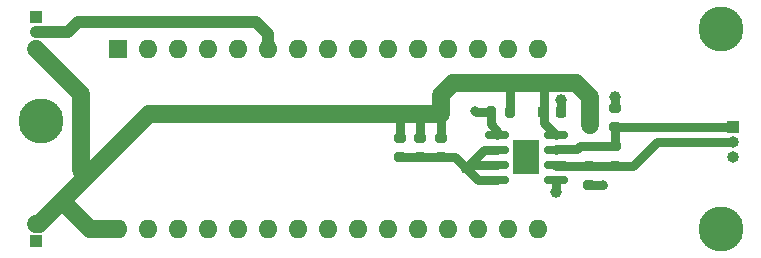
<source format=gbr>
%TF.GenerationSoftware,KiCad,Pcbnew,7.0.0-da2b9df05c~163~ubuntu22.04.1*%
%TF.CreationDate,2023-03-09T00:12:33+01:00*%
%TF.ProjectId,Boite,426f6974-652e-46b6-9963-61645f706362,rev?*%
%TF.SameCoordinates,Original*%
%TF.FileFunction,Copper,L1,Top*%
%TF.FilePolarity,Positive*%
%FSLAX46Y46*%
G04 Gerber Fmt 4.6, Leading zero omitted, Abs format (unit mm)*
G04 Created by KiCad (PCBNEW 7.0.0-da2b9df05c~163~ubuntu22.04.1) date 2023-03-09 00:12:33*
%MOMM*%
%LPD*%
G01*
G04 APERTURE LIST*
G04 Aperture macros list*
%AMRoundRect*
0 Rectangle with rounded corners*
0 $1 Rounding radius*
0 $2 $3 $4 $5 $6 $7 $8 $9 X,Y pos of 4 corners*
0 Add a 4 corners polygon primitive as box body*
4,1,4,$2,$3,$4,$5,$6,$7,$8,$9,$2,$3,0*
0 Add four circle primitives for the rounded corners*
1,1,$1+$1,$2,$3*
1,1,$1+$1,$4,$5*
1,1,$1+$1,$6,$7*
1,1,$1+$1,$8,$9*
0 Add four rect primitives between the rounded corners*
20,1,$1+$1,$2,$3,$4,$5,0*
20,1,$1+$1,$4,$5,$6,$7,0*
20,1,$1+$1,$6,$7,$8,$9,0*
20,1,$1+$1,$8,$9,$2,$3,0*%
G04 Aperture macros list end*
%TA.AperFunction,ComponentPad*%
%ADD10C,3.800000*%
%TD*%
%TA.AperFunction,ComponentPad*%
%ADD11R,1.000000X1.000000*%
%TD*%
%TA.AperFunction,ComponentPad*%
%ADD12O,1.000000X1.000000*%
%TD*%
%TA.AperFunction,SMDPad,CuDef*%
%ADD13RoundRect,0.200000X-0.275000X0.200000X-0.275000X-0.200000X0.275000X-0.200000X0.275000X0.200000X0*%
%TD*%
%TA.AperFunction,SMDPad,CuDef*%
%ADD14RoundRect,0.225000X0.225000X0.250000X-0.225000X0.250000X-0.225000X-0.250000X0.225000X-0.250000X0*%
%TD*%
%TA.AperFunction,SMDPad,CuDef*%
%ADD15RoundRect,0.200000X0.275000X-0.200000X0.275000X0.200000X-0.275000X0.200000X-0.275000X-0.200000X0*%
%TD*%
%TA.AperFunction,SMDPad,CuDef*%
%ADD16RoundRect,0.200000X0.200000X0.275000X-0.200000X0.275000X-0.200000X-0.275000X0.200000X-0.275000X0*%
%TD*%
%TA.AperFunction,SMDPad,CuDef*%
%ADD17RoundRect,0.150000X-0.825000X-0.150000X0.825000X-0.150000X0.825000X0.150000X-0.825000X0.150000X0*%
%TD*%
%TA.AperFunction,SMDPad,CuDef*%
%ADD18R,2.290000X3.000000*%
%TD*%
%TA.AperFunction,ComponentPad*%
%ADD19R,1.600000X1.600000*%
%TD*%
%TA.AperFunction,ComponentPad*%
%ADD20O,1.600000X1.600000*%
%TD*%
%TA.AperFunction,ViaPad*%
%ADD21C,0.800000*%
%TD*%
%TA.AperFunction,ViaPad*%
%ADD22C,1.000000*%
%TD*%
%TA.AperFunction,Conductor*%
%ADD23C,0.800000*%
%TD*%
%TA.AperFunction,Conductor*%
%ADD24C,1.500000*%
%TD*%
%TA.AperFunction,Conductor*%
%ADD25C,1.000000*%
%TD*%
G04 APERTURE END LIST*
D10*
%TO.P,REF\u002A\u002A,1*%
%TO.N,N/C*%
X111000000Y-71000000D03*
%TD*%
%TO.P,REF\u002A\u002A,1*%
%TO.N,N/C*%
X111000000Y-54000000D03*
%TD*%
%TO.P,REF\u002A\u002A,1*%
%TO.N,N/C*%
X53400000Y-61800000D03*
%TD*%
D11*
%TO.P,J2,1,Pin_1*%
%TO.N,Net-(J2-Pad1)*%
X112049999Y-62349999D03*
D12*
%TO.P,J2,2,Pin_2*%
%TO.N,Net-(J2-Pad2)*%
X112049999Y-63619999D03*
%TO.P,J2,3,Pin_3*%
%TO.N,Earth*%
X112049999Y-64889999D03*
%TD*%
D13*
%TO.P,R6,2*%
%TO.N,VCC*%
X99800000Y-67250000D03*
%TO.P,R6,1*%
%TO.N,Net-(J2-Pad2)*%
X99800000Y-65600000D03*
%TD*%
D14*
%TO.P,C1,1*%
%TO.N,Earth*%
X97500000Y-61100000D03*
%TO.P,C1,2*%
%TO.N,VCC*%
X95950000Y-61100000D03*
%TD*%
D13*
%TO.P,R5,2*%
%TO.N,Net-(J2-Pad1)*%
X102000000Y-62350000D03*
%TO.P,R5,1*%
%TO.N,Earth*%
X102000000Y-60700000D03*
%TD*%
D15*
%TO.P,R7,2*%
%TO.N,Net-(J2-Pad1)*%
X102000000Y-63950000D03*
%TO.P,R7,1*%
%TO.N,Net-(J2-Pad2)*%
X102000000Y-65600000D03*
%TD*%
D16*
%TO.P,R1,1*%
%TO.N,VCC*%
X93150000Y-61100000D03*
%TO.P,R1,2*%
%TO.N,Net-(A3-Pad2)*%
X91500000Y-61100000D03*
%TD*%
D11*
%TO.P,J3,1,Pin_1*%
%TO.N,Earth*%
X52999999Y-71999999D03*
D12*
%TO.P,J3,2,Pin_2*%
%TO.N,VCC*%
X52999999Y-70729999D03*
%TD*%
D17*
%TO.P,U2,1,RO*%
%TO.N,Net-(A3-Pad2)*%
X92050000Y-63000000D03*
%TO.P,U2,2,~{RE}*%
%TO.N,Earth*%
X92050000Y-64270000D03*
%TO.P,U2,3,DE*%
X92050000Y-65540000D03*
%TO.P,U2,4,DI*%
X92050000Y-66810000D03*
%TO.P,U2,5,GND*%
X97000000Y-66810000D03*
%TO.P,U2,6,A*%
%TO.N,Net-(J2-Pad2)*%
X97000000Y-65540000D03*
%TO.P,U2,7,B*%
%TO.N,Net-(J2-Pad1)*%
X97000000Y-64270000D03*
%TO.P,U2,8,VCC*%
%TO.N,VCC*%
X97000000Y-63000000D03*
D18*
%TO.P,U2,9*%
%TO.N,N/C*%
X94524999Y-64904999D03*
%TD*%
D11*
%TO.P,J1,1,Pin_1*%
%TO.N,Earth*%
X52999999Y-52999999D03*
D12*
%TO.P,J1,2,Pin_2*%
%TO.N,Net-(A3-Pad6)*%
X52999999Y-54269999D03*
%TO.P,J1,3,Pin_3*%
%TO.N,VCC*%
X52999999Y-55539999D03*
%TD*%
D13*
%TO.P,R4,1*%
%TO.N,VCC*%
X83800000Y-63260000D03*
%TO.P,R4,2*%
%TO.N,Earth*%
X83800000Y-64910000D03*
%TD*%
%TO.P,R3,1*%
%TO.N,VCC*%
X87300000Y-63260000D03*
%TO.P,R3,2*%
%TO.N,Earth*%
X87300000Y-64910000D03*
%TD*%
%TO.P,R2,1*%
%TO.N,VCC*%
X85550000Y-63260000D03*
%TO.P,R2,2*%
%TO.N,Earth*%
X85550000Y-64910000D03*
%TD*%
D19*
%TO.P,A3,1,D1/TX*%
%TO.N,unconnected-(A3-Pad1)*%
X59919999Y-55759999D03*
D20*
%TO.P,A3,2,D0/RX*%
%TO.N,Net-(A3-Pad2)*%
X62459999Y-55759999D03*
%TO.P,A3,3,~{RESET}*%
%TO.N,unconnected-(A3-Pad3)*%
X64999999Y-55759999D03*
%TO.P,A3,4,GND*%
%TO.N,Earth*%
X67539999Y-55759999D03*
%TO.P,A3,5,D2*%
%TO.N,unconnected-(A3-Pad5)*%
X70079999Y-55759999D03*
%TO.P,A3,6,D3*%
%TO.N,Net-(A3-Pad6)*%
X72619999Y-55759999D03*
%TO.P,A3,7,D4*%
%TO.N,unconnected-(A3-Pad7)*%
X75159999Y-55759999D03*
%TO.P,A3,8,D5*%
%TO.N,unconnected-(A3-Pad8)*%
X77699999Y-55759999D03*
%TO.P,A3,9,D6*%
%TO.N,unconnected-(A3-Pad9)*%
X80239999Y-55759999D03*
%TO.P,A3,10,D7*%
%TO.N,unconnected-(A3-Pad10)*%
X82779999Y-55759999D03*
%TO.P,A3,11,D8*%
%TO.N,unconnected-(A3-Pad11)*%
X85319999Y-55759999D03*
%TO.P,A3,12,D9*%
%TO.N,unconnected-(A3-Pad12)*%
X87859999Y-55759999D03*
%TO.P,A3,13,D10*%
%TO.N,unconnected-(A3-Pad13)*%
X90399999Y-55759999D03*
%TO.P,A3,14,D11*%
%TO.N,unconnected-(A3-Pad14)*%
X92939999Y-55759999D03*
%TO.P,A3,15,D12*%
%TO.N,unconnected-(A3-Pad15)*%
X95479999Y-55759999D03*
%TO.P,A3,16,D13*%
%TO.N,unconnected-(A3-Pad16)*%
X95479999Y-70999999D03*
%TO.P,A3,17,3V3*%
%TO.N,unconnected-(A3-Pad17)*%
X92939999Y-70999999D03*
%TO.P,A3,18,AREF*%
%TO.N,unconnected-(A3-Pad18)*%
X90399999Y-70999999D03*
%TO.P,A3,19,A0*%
%TO.N,unconnected-(A3-Pad19)*%
X87859999Y-70999999D03*
%TO.P,A3,20,A1*%
%TO.N,unconnected-(A3-Pad20)*%
X85319999Y-70999999D03*
%TO.P,A3,21,A2*%
%TO.N,unconnected-(A3-Pad21)*%
X82779999Y-70999999D03*
%TO.P,A3,22,A3*%
%TO.N,unconnected-(A3-Pad22)*%
X80239999Y-70999999D03*
%TO.P,A3,23,A4*%
%TO.N,unconnected-(A3-Pad23)*%
X77699999Y-70999999D03*
%TO.P,A3,24,A5*%
%TO.N,unconnected-(A3-Pad24)*%
X75159999Y-70999999D03*
%TO.P,A3,25,A6*%
%TO.N,unconnected-(A3-Pad25)*%
X72619999Y-70999999D03*
%TO.P,A3,26,A7*%
%TO.N,unconnected-(A3-Pad26)*%
X70079999Y-70999999D03*
%TO.P,A3,27,+5V*%
%TO.N,unconnected-(A3-Pad27)*%
X67539999Y-70999999D03*
%TO.P,A3,28,~{RESET}*%
%TO.N,unconnected-(A3-Pad28)*%
X64999999Y-70999999D03*
%TO.P,A3,29,GND*%
%TO.N,unconnected-(A3-Pad29)*%
X62459999Y-70999999D03*
%TO.P,A3,30,VIN*%
%TO.N,VCC*%
X59919999Y-70999999D03*
%TD*%
D21*
%TO.N,Net-(A3-Pad2)*%
X90200000Y-61000000D03*
%TO.N,VCC*%
X101000000Y-67200000D03*
X99900000Y-62200000D03*
D22*
%TO.N,Earth*%
X102000000Y-59800000D03*
X89400000Y-65800000D03*
X97000000Y-67800000D03*
X97500000Y-60049500D03*
%TD*%
D23*
%TO.N,Net-(J2-Pad2)*%
X103600000Y-65600000D02*
X105580000Y-63620000D01*
X105580000Y-63620000D02*
X112050000Y-63620000D01*
%TO.N,Net-(J2-Pad1)*%
X102000000Y-62350000D02*
X112050000Y-62350000D01*
D24*
%TO.N,VCC*%
X53000000Y-55720000D02*
X56800000Y-59520000D01*
X56800000Y-59520000D02*
X56800000Y-66000000D01*
X56800000Y-66000000D02*
X57300000Y-66500000D01*
X57300000Y-66500000D02*
X54700000Y-69100000D01*
D23*
%TO.N,Net-(A3-Pad2)*%
X92050000Y-63000000D02*
X92050000Y-62650000D01*
X92050000Y-62650000D02*
X91500000Y-62100000D01*
X91500000Y-62100000D02*
X91500000Y-61100000D01*
D24*
%TO.N,VCC*%
X54700000Y-69100000D02*
X53250000Y-70550000D01*
X55200000Y-68600000D02*
X54700000Y-69100000D01*
X62600000Y-61200000D02*
X55200000Y-68600000D01*
X55200000Y-68600000D02*
X57600000Y-71000000D01*
X57600000Y-71000000D02*
X59920000Y-71000000D01*
X83500000Y-61200000D02*
X62600000Y-61200000D01*
X53250000Y-70550000D02*
X53000000Y-70550000D01*
D25*
%TO.N,Net-(A3-Pad6)*%
X72620000Y-55760000D02*
X72620000Y-54420000D01*
X72620000Y-54420000D02*
X71600000Y-53400000D01*
X71600000Y-53400000D02*
X56600000Y-53400000D01*
X55730000Y-54270000D02*
X53000000Y-54270000D01*
X56600000Y-53400000D02*
X55730000Y-54270000D01*
D23*
%TO.N,Net-(A3-Pad2)*%
X90300000Y-61100000D02*
X90200000Y-61000000D01*
X91500000Y-61100000D02*
X90300000Y-61100000D01*
%TO.N,VCC*%
X100950000Y-67250000D02*
X101000000Y-67200000D01*
X99800000Y-67250000D02*
X100950000Y-67250000D01*
%TO.N,Net-(J2-Pad2)*%
X99800000Y-65600000D02*
X97060000Y-65600000D01*
X97060000Y-65600000D02*
X97000000Y-65540000D01*
X102000000Y-65600000D02*
X99800000Y-65600000D01*
X103600000Y-65600000D02*
X102000000Y-65600000D01*
%TO.N,Net-(J2-Pad1)*%
X99050000Y-63950000D02*
X98800000Y-64200000D01*
X102000000Y-63950000D02*
X99050000Y-63950000D01*
X98800000Y-64200000D02*
X97070000Y-64200000D01*
X97070000Y-64200000D02*
X97000000Y-64270000D01*
X102000000Y-62350000D02*
X102000000Y-63950000D01*
D24*
%TO.N,VCC*%
X93200000Y-58600000D02*
X96000000Y-58600000D01*
X96000000Y-58600000D02*
X98700000Y-58600000D01*
D23*
X96000000Y-62000000D02*
X96000000Y-58600000D01*
X97000000Y-63000000D02*
X96000000Y-62000000D01*
D24*
X88300000Y-58600000D02*
X93200000Y-58600000D01*
D23*
X93150000Y-61100000D02*
X93150000Y-58650000D01*
X93150000Y-58650000D02*
X93200000Y-58600000D01*
%TO.N,Earth*%
X102000000Y-60700000D02*
X102000000Y-59800000D01*
X92050000Y-66810000D02*
X90410000Y-66810000D01*
X90410000Y-66810000D02*
X89400000Y-65800000D01*
X92050000Y-65540000D02*
X89660000Y-65540000D01*
X89660000Y-65540000D02*
X89400000Y-65800000D01*
X92050000Y-64270000D02*
X90930000Y-64270000D01*
X90930000Y-64270000D02*
X89400000Y-65800000D01*
X88510000Y-64910000D02*
X89400000Y-65800000D01*
X83800000Y-64910000D02*
X88510000Y-64910000D01*
X97000000Y-66810000D02*
X97000000Y-67800000D01*
X97500000Y-61100000D02*
X97500000Y-60049500D01*
%TO.N,VCC*%
X87300000Y-63260000D02*
X87300000Y-61200000D01*
D24*
X83500000Y-61200000D02*
X85500000Y-61200000D01*
X85500000Y-61200000D02*
X87300000Y-61200000D01*
D23*
X85550000Y-63260000D02*
X85550000Y-61250000D01*
X85550000Y-61250000D02*
X85500000Y-61200000D01*
X83800000Y-63260000D02*
X83800000Y-61500000D01*
X83800000Y-61500000D02*
X83500000Y-61200000D01*
D24*
X99900000Y-59800000D02*
X99900000Y-62200000D01*
X87300000Y-59600000D02*
X88300000Y-58600000D01*
X87300000Y-61200000D02*
X87300000Y-59600000D01*
X98700000Y-58600000D02*
X99900000Y-59800000D01*
%TD*%
M02*

</source>
